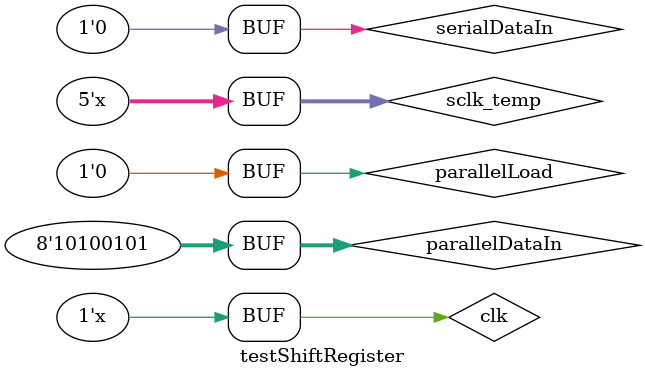
<source format=v>
module shiftRegister(clk, peripheralClkEdge, parallelLoad, parallelDataIn, serialDataIn, parallelDataOut, serialDataOut);
parameter width = 8;
input               clk;
input               peripheralClkEdge;
input               parallelLoad;
output[width-1:0]   parallelDataOut;
output              serialDataOut;
input[width-1:0]    parallelDataIn;
input               serialDataIn;

reg[width-1:0]      shiftRegisterMem;

assign serialDataOut=shiftRegisterMem[0];
assign parallelDataOut=shiftRegisterMem;

always @(posedge clk) begin
    if (parallelLoad==1) begin
	shiftRegisterMem = parallelDataIn;
    end else begin
	if (peripheralClkEdge==1) begin
	shiftRegisterMem = {serialDataIn,shiftRegisterMem[width-1:1]};
	end
    end
end
endmodule

module testShiftRegister;
parameter width = 8;
reg             clk;
reg             peripheralClkEdge;
reg             parallelLoad;
wire[width-1:0] parallelDataOut;
wire            serialDataOut;
reg[width-1:0]  parallelDataIn;
reg             serialDataIn; 

reg [4:0] sclk_temp;

shiftregister #(width) sr(clk, peripheralClkEdge, parallelLoad, parallelDataIn, serialDataIn, parallelDataOut, serialDataOut);

initial begin clk=0; sclk_temp=0; end
always #10 clk=!clk;
initial parallelDataIn=16'hA5;

// serial clock
always #10 begin
	sclk_temp=sclk_temp+1;
	sclk_temp=sclk_temp % 10;
	if (sclk_temp==1) peripheralClkEdge=1;
	else peripheralClkEdge=0;
end

initial begin

parallelLoad=0; 

serialDataIn=1; #200
serialDataIn=0; #200
serialDataIn=1; #200
serialDataIn=0; #200
serialDataIn=1; #200
serialDataIn=0; #200
serialDataIn=1; #200
serialDataIn=0; 



//parallelLoad=0;
//$display("%b", parallelDataOut);
//serialDataIn=1;
//peripheralClkEdge=0; #90
//peripheralClkEdge=1; #10
//$display("%b", parallelDataOut);
//serialDataIn=1;
//peripheralClkEdge=0; #90
//peripheralClkEdge=1; #10
//$display("%b", parallelDataOut);
//serialDataIn=0;
//peripheralClkEdge=0; #90
//peripheralClkEdge=1; #10
//$display("%b", parallelDataOut);
//serialDataIn=1;
//peripheralClkEdge=0; #90
//peripheralClkEdge=1; #10
//$display("%b", parallelDataOut);
//serialDataIn=1;
//peripheralClkEdge=0; #90
//peripheralClkEdge=1; #10
//$display("%b", parallelDataOut);
//serialDataIn=0;
//peripheralClkEdge=0; #90
//peripheralClkEdge=1; #10
//$display("%b", parallelDataOut);
//parallelLoad=1;
//peripheralClkEdge=0; #90
//peripheralClkEdge=1; #10
//peripheralClkEdge=0; #90
//peripheralClkEdge=1; #10
//parallelLoad=0;
//peripheralClkEdge=0; #90
//peripheralClkEdge=1; #10
//peripheralClkEdge=0; #90
//peripheralClkEdge=1; #10
//peripheralClkEdge=0; #90
//peripheralClkEdge=1; #10
//peripheralClkEdge=0; #90
//peripheralClkEdge=1; #10
//peripheralClkEdge=0; #90
//peripheralClkEdge=1; #10
//peripheralClkEdge=0; #90
//peripheralClkEdge=1; #10
//peripheralClkEdge=0; #90
//peripheralClkEdge=1; #10
//peripheralClkEdge=0; #90
//peripheralClkEdge=1; #10
//peripheralClkEdge=0; #90
//peripheralClkEdge=1; #10
//peripheralClkEdge=0;
//$display("%b", parallelDataOut);
end

endmodule


</source>
